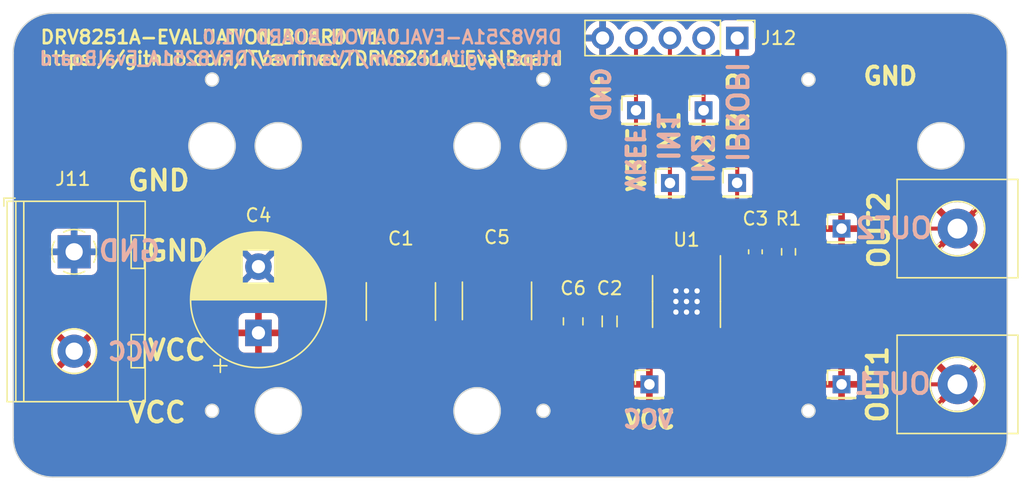
<source format=kicad_pcb>
(kicad_pcb (version 20221018) (generator pcbnew)
  (layers (0 "F.Cu" signal) (31 "B.Cu" signal) (34 "B.Paste" user) (35 "F.Paste" user) (36 "B.SilkS" user "B.Silkscreen") (37 "F.SilkS" user "F.Silkscreen") (38 "B.Mask" user) (39 "F.Mask" user) (44 "Edge.Cuts" user))
  (net 0 "")
  (net 1 "GND")
  (net 2 "/VCC")
  (net 3 "/IPROPI")
  (net 4 "/OUT1")
  (net 5 "/OUT2")
  (net 6 "/VREF")
  (net 7 "/IN1")
  (net 8 "/IN2")
  (footprint "Connector_PinHeader_2.00mm:PinHeader_1x01_P2.00mm_Vertical" (layer "F.Cu") (at 159.55 77.81)
    (fp_text reference "J5" hide)
    (fp_text value "Conn_01x01" hide)
    (fp_line (start -1.06 -1.06) (end 0 -1.06) (stroke (width 0.12)) (layer "F.SilkS"))
    (fp_line (start -1.06 0) (end -1.06 -1.06) (stroke (width 0.12)) (layer "F.SilkS"))
    (fp_line (start -1.06 1) (end -1.06 1.06) (stroke (width 0.12)) (layer "F.SilkS"))
    (fp_line (start -1.06 1) (end 1.06 1) (stroke (width 0.12)) (layer "F.SilkS"))
    (fp_line (start -1.06 1.06) (end 1.06 1.06) (stroke (width 0.12)) (layer "F.SilkS"))
    (fp_line (start 1.06 1) (end 1.06 1.06) (stroke (width 0.12)) (layer "F.SilkS"))
    (pad "1" thru_hole rect (at 0 0) (size 1.35 1.35) (drill 0.8) (layers "*.Cu" "*.Mask") (net 7 "/IN1"))
  )
  (footprint "Resistor_SMD:R_0603_1608Metric" (layer "F.Cu") (at 168.5 83 -90)
    (fp_text reference "R1" (at -2.5 0) (layer "F.SilkS"))
    (fp_text value "1k")
    (fp_line (start -0.237258 -0.5225) (end 0.237258 -0.5225) (stroke (width 0.12)) (layer "F.SilkS"))
    (fp_line (start -0.237258 0.5225) (end 0.237258 0.5225) (stroke (width 0.12)) (layer "F.SilkS"))
    (pad "1" smd roundrect (at -0.825 0 270) (size 0.8 0.95) (layers "F.Cu" "F.Paste" "F.Mask") (net 3 "/IPROPI"))
    (pad "2" smd roundrect (at 0.825 0 270) (size 0.8 0.95) (layers "F.Cu" "F.Paste" "F.Mask") (net 1 "GND"))
  )
  (footprint "Capacitor_SMD:C_0805_2012Metric" (layer "F.Cu") (at 152.25 88.25 90)
    (fp_text reference "C6" (at 2.5 0 180) (layer "F.SilkS"))
    (fp_text value "1u")
    (fp_line (start -0.261252 -0.735) (end 0.261252 -0.735) (stroke (width 0.12)) (layer "F.SilkS"))
    (fp_line (start -0.261252 0.735) (end 0.261252 0.735) (stroke (width 0.12)) (layer "F.SilkS"))
    (pad "1" smd roundrect (at -0.95 0 90) (size 1 1.45) (layers "F.Cu" "F.Paste" "F.Mask") (net 2 "/VCC"))
    (pad "2" smd roundrect (at 0.95 0 90) (size 1 1.45) (layers "F.Cu" "F.Paste" "F.Mask") (net 1 "GND"))
  )
  (footprint "Connector_PinHeader_2.00mm:PinHeader_1x01_P2.00mm_Vertical" (layer "F.Cu") (at 162.09 72.32)
    (fp_text reference "J4" hide)
    (fp_text value "Conn_01x01" hide)
    (fp_line (start -1.06 -1.06) (end 0 -1.06) (stroke (width 0.12)) (layer "F.SilkS"))
    (fp_line (start -1.06 0) (end -1.06 -1.06) (stroke (width 0.12)) (layer "F.SilkS"))
    (fp_line (start -1.06 1) (end -1.06 1.06) (stroke (width 0.12)) (layer "F.SilkS"))
    (fp_line (start -1.06 1) (end 1.06 1) (stroke (width 0.12)) (layer "F.SilkS"))
    (fp_line (start -1.06 1.06) (end 1.06 1.06) (stroke (width 0.12)) (layer "F.SilkS"))
    (fp_line (start 1.06 1) (end 1.06 1.06) (stroke (width 0.12)) (layer "F.SilkS"))
    (pad "1" thru_hole rect (at 0 0) (size 1.35 1.35) (drill 0.8) (layers "*.Cu" "*.Mask") (net 8 "/IN2"))
  )
  (footprint "Connector_PinHeader_2.00mm:PinHeader_1x01_P2.00mm_Vertical" (layer "F.Cu") (at 158 93)
    (fp_text reference "J10" hide)
    (fp_text value "Conn_01x01" hide)
    (fp_line (start -1.06 -1.06) (end 0 -1.06) (stroke (width 0.12)) (layer "F.SilkS"))
    (fp_line (start -1.06 0) (end -1.06 -1.06) (stroke (width 0.12)) (layer "F.SilkS"))
    (fp_line (start -1.06 1) (end -1.06 1.06) (stroke (width 0.12)) (layer "F.SilkS"))
    (fp_line (start -1.06 1) (end 1.06 1) (stroke (width 0.12)) (layer "F.SilkS"))
    (fp_line (start -1.06 1.06) (end 1.06 1.06) (stroke (width 0.12)) (layer "F.SilkS"))
    (fp_line (start 1.06 1) (end 1.06 1.06) (stroke (width 0.12)) (layer "F.SilkS"))
    (pad "1" thru_hole rect (at 0 0) (size 1.35 1.35) (drill 0.8) (layers "*.Cu" "*.Mask") (net 2 "/VCC"))
  )
  (footprint "Connector_PinHeader_2.00mm:PinHeader_1x01_P2.00mm_Vertical" (layer "F.Cu") (at 172.5 93)
    (fp_text reference "J9" hide)
    (fp_text value "Conn_01x01" hide)
    (fp_line (start -1.06 -1.06) (end 0 -1.06) (stroke (width 0.12)) (layer "F.SilkS"))
    (fp_line (start -1.06 0) (end -1.06 -1.06) (stroke (width 0.12)) (layer "F.SilkS"))
    (fp_line (start -1.06 1) (end -1.06 1.06) (stroke (width 0.12)) (layer "F.SilkS"))
    (fp_line (start -1.06 1) (end 1.06 1) (stroke (width 0.12)) (layer "F.SilkS"))
    (fp_line (start -1.06 1.06) (end 1.06 1.06) (stroke (width 0.12)) (layer "F.SilkS"))
    (fp_line (start 1.06 1) (end 1.06 1.06) (stroke (width 0.12)) (layer "F.SilkS"))
    (pad "1" thru_hole rect (at 0 0) (size 1.35 1.35) (drill 0.8) (layers "*.Cu" "*.Mask") (net 4 "/OUT1"))
  )
  (footprint "TerminalBlock_MetzConnect:TerminalBlock_MetzConnect_360271_1x01_Horizontal_ScrewM3.0_Boxed" (layer "F.Cu") (at 181.25 81.25)
    (fp_text reference "J2" hide)
    (fp_text value "Conn_01x01" hide)
    (fp_line (start -4.56 -3.71) (end -4.56 3.71) (stroke (width 0.12)) (layer "F.SilkS"))
    (fp_line (start -4.56 -3.71) (end 4.56 -3.71) (stroke (width 0.12)) (layer "F.SilkS"))
    (fp_line (start -4.56 3.71) (end 4.56 3.71) (stroke (width 0.12)) (layer "F.SilkS"))
    (fp_line (start -1.376 1.124) (end -1.563 1.311) (stroke (width 0.12)) (layer "F.SilkS"))
    (fp_line (start -1.168 1.419) (end -1.312 1.563) (stroke (width 0.12)) (layer "F.SilkS"))
    (fp_line (start 1.312 -1.563) (end 1.168 -1.419) (stroke (width 0.12)) (layer "F.SilkS"))
    (fp_line (start 1.563 -1.311) (end 1.376 -1.125) (stroke (width 0.12)) (layer "F.SilkS"))
    (fp_line (start 4.56 -3.71) (end 4.56 3.71) (stroke (width 0.12)) (layer "F.SilkS"))
    (fp_circle (center 0 0) (end 2.06 0) (stroke (width 0.12)) (fill none) (layer "F.SilkS"))
    (pad "1" thru_hole circle (at 0 0) (size 3 3) (drill 1.5) (layers "*.Cu" "*.Mask") (net 5 "/OUT2"))
  )
  (footprint "Connector_PinHeader_2.54mm:PinHeader_1x05_P2.54mm_Vertical" (layer "F.Cu") (at 164.63 66.87 -90)
    (fp_text reference "J12" (at 0 -3.12 -180) (layer "F.SilkS"))
    (fp_text value "Conn_01x05" hide)
    (fp_line (start -1.33 -1.33) (end 0 -1.33) (stroke (width 0.12)) (layer "F.SilkS"))
    (fp_line (start -1.33 0) (end -1.33 -1.33) (stroke (width 0.12)) (layer "F.SilkS"))
    (fp_line (start -1.33 1.27) (end -1.33 11.49) (stroke (width 0.12)) (layer "F.SilkS"))
    (fp_line (start -1.33 1.27) (end 1.33 1.27) (stroke (width 0.12)) (layer "F.SilkS"))
    (fp_line (start -1.33 11.49) (end 1.33 11.49) (stroke (width 0.12)) (layer "F.SilkS"))
    (fp_line (start 1.33 1.27) (end 1.33 11.49) (stroke (width 0.12)) (layer "F.SilkS"))
    (pad "1" thru_hole rect (at 0 0 270) (size 1.7 1.7) (drill 1) (layers "*.Cu" "*.Mask") (net 3 "/IPROPI"))
    (pad "2" thru_hole oval (at 0 2.54 270) (size 1.7 1.7) (drill 1) (layers "*.Cu" "*.Mask") (net 8 "/IN2"))
    (pad "3" thru_hole oval (at 0 5.08 270) (size 1.7 1.7) (drill 1) (layers "*.Cu" "*.Mask") (net 7 "/IN1"))
    (pad "4" thru_hole oval (at 0 7.62 270) (size 1.7 1.7) (drill 1) (layers "*.Cu" "*.Mask") (net 6 "/VREF"))
    (pad "5" thru_hole oval (at 0 10.16 270) (size 1.7 1.7) (drill 1) (layers "*.Cu" "*.Mask") (net 1 "GND"))
  )
  (footprint "Connector_PinHeader_2.00mm:PinHeader_1x01_P2.00mm_Vertical" (layer "F.Cu") (at 164.62 77.8)
    (fp_text reference "J7" hide)
    (fp_text value "Conn_01x01" hide)
    (fp_line (start -1.06 -1.06) (end 0 -1.06) (stroke (width 0.12)) (layer "F.SilkS"))
    (fp_line (start -1.06 0) (end -1.06 -1.06) (stroke (width 0.12)) (layer "F.SilkS"))
    (fp_line (start -1.06 1) (end -1.06 1.06) (stroke (width 0.12)) (layer "F.SilkS"))
    (fp_line (start -1.06 1) (end 1.06 1) (stroke (width 0.12)) (layer "F.SilkS"))
    (fp_line (start -1.06 1.06) (end 1.06 1.06) (stroke (width 0.12)) (layer "F.SilkS"))
    (fp_line (start 1.06 1) (end 1.06 1.06) (stroke (width 0.12)) (layer "F.SilkS"))
    (pad "1" thru_hole rect (at 0 0) (size 1.35 1.35) (drill 0.8) (layers "*.Cu" "*.Mask") (net 3 "/IPROPI"))
  )
  (footprint "Capacitor_SMD:C_0603_1608Metric" (layer "F.Cu") (at 166 83 -90)
    (fp_text reference "C3" (at -2.5 0) (layer "F.SilkS"))
    (fp_text value "10n")
    (fp_line (start -0.14058 -0.51) (end 0.14058 -0.51) (stroke (width 0.12)) (layer "F.SilkS"))
    (fp_line (start -0.14058 0.51) (end 0.14058 0.51) (stroke (width 0.12)) (layer "F.SilkS"))
    (pad "1" smd roundrect (at -0.775 0 270) (size 0.9 0.95) (layers "F.Cu" "F.Paste" "F.Mask") (net 3 "/IPROPI"))
    (pad "2" smd roundrect (at 0.775 0 270) (size 0.9 0.95) (layers "F.Cu" "F.Paste" "F.Mask") (net 1 "GND"))
  )
  (footprint "Capacitor_SMD:C_2220_5650Metric" (layer "F.Cu") (at 146.5 86.7 90)
    (fp_text reference "C5" (at 4.8 0) (layer "F.SilkS"))
    (fp_text value "10u")
    (fp_line (start -1.415748 -2.61) (end 1.415748 -2.61) (stroke (width 0.12)) (layer "F.SilkS"))
    (fp_line (start -1.415748 2.61) (end 1.415748 2.61) (stroke (width 0.12)) (layer "F.SilkS"))
    (pad "1" smd roundrect (at -2.55 0 90) (size 1.8 5.4) (layers "F.Cu" "F.Paste" "F.Mask") (roundrect_rratio 0.138889) (net 2 "/VCC"))
    (pad "2" smd roundrect (at 2.55 0 90) (size 1.8 5.4) (layers "F.Cu" "F.Paste" "F.Mask") (roundrect_rratio 0.138889) (net 1 "GND"))
  )
  (footprint "Connector_PinHeader_2.00mm:PinHeader_1x01_P2.00mm_Vertical" (layer "F.Cu") (at 172.5 81.25)
    (fp_text reference "J8" hide)
    (fp_text value "Conn_01x01" hide)
    (fp_line (start -1.06 -1.06) (end 0 -1.06) (stroke (width 0.12)) (layer "F.SilkS"))
    (fp_line (start -1.06 0) (end -1.06 -1.06) (stroke (width 0.12)) (layer "F.SilkS"))
    (fp_line (start -1.06 1) (end -1.06 1.06) (stroke (width 0.12)) (layer "F.SilkS"))
    (fp_line (start -1.06 1) (end 1.06 1) (stroke (width 0.12)) (layer "F.SilkS"))
    (fp_line (start -1.06 1.06) (end 1.06 1.06) (stroke (width 0.12)) (layer "F.SilkS"))
    (fp_line (start 1.06 1) (end 1.06 1.06) (stroke (width 0.12)) (layer "F.SilkS"))
    (pad "1" thru_hole rect (at 0 0) (size 1.35 1.35) (drill 0.8) (layers "*.Cu" "*.Mask") (net 5 "/OUT2"))
  )
  (footprint "Capacitor_SMD:C_2220_5650Metric" (layer "F.Cu") (at 139.25 86.75 90)
    (fp_text reference "C1" (at 4.75 0) (layer "F.SilkS"))
    (fp_text value "22u")
    (fp_line (start -1.415748 -2.61) (end 1.415748 -2.61) (stroke (width 0.12)) (layer "F.SilkS"))
    (fp_line (start -1.415748 2.61) (end 1.415748 2.61) (stroke (width 0.12)) (layer "F.SilkS"))
    (pad "1" smd roundrect (at -2.55 0 90) (size 1.8 5.4) (layers "F.Cu" "F.Paste" "F.Mask") (roundrect_rratio 0.138889) (net 2 "/VCC"))
    (pad "2" smd roundrect (at 2.55 0 90) (size 1.8 5.4) (layers "F.Cu" "F.Paste" "F.Mask") (roundrect_rratio 0.138889) (net 1 "GND"))
  )
  (footprint "Inductor_SMD:L_0805_2012Metric" (layer "F.Cu") (at 155 88.25 90)
    (fp_text reference "C2" (at 2.5 0 180) (layer "F.SilkS"))
    (fp_text value "100n")
    (fp_line (start -0.399622 -0.56) (end 0.399622 -0.56) (stroke (width 0.12)) (layer "F.SilkS"))
    (fp_line (start -0.399622 0.56) (end 0.399622 0.56) (stroke (width 0.12)) (layer "F.SilkS"))
    (pad "1" smd roundrect (at -1.0625 0 90) (size 0.875 1.2) (layers "F.Cu" "F.Paste" "F.Mask") (net 2 "/VCC"))
    (pad "2" smd roundrect (at 1.0625 0 90) (size 0.875 1.2) (layers "F.Cu" "F.Paste" "F.Mask") (net 1 "GND"))
  )
  (footprint "Capacitor_THT:CP_Radial_D10.0mm_P5.00mm" (layer "F.Cu") (at 128.5 89.117677 90)
    (fp_text reference "C4" (at 8.867677 0) (layer "F.SilkS"))
    (fp_text value "C_Polarized")
    (fp_line (start -2.979646 -2.875) (end -1.979646 -2.875) (stroke (width 0.12)) (layer "F.SilkS"))
    (fp_line (start -2.479646 -3.375) (end -2.479646 -2.375) (stroke (width 0.12)) (layer "F.SilkS"))
    (fp_line (start 2.5 -5.08) (end 2.5 5.08) (stroke (width 0.12)) (layer "F.SilkS"))
    (fp_line (start 2.54 -5.08) (end 2.54 5.08) (stroke (width 0.12)) (layer "F.SilkS"))
    (fp_line (start 2.58 -5.08) (end 2.58 5.08) (stroke (width 0.12)) (layer "F.SilkS"))
    (fp_line (start 2.62 -5.079) (end 2.62 5.079) (stroke (width 0.12)) (layer "F.SilkS"))
    (fp_line (start 2.66 -5.078) (end 2.66 5.078) (stroke (width 0.12)) (layer "F.SilkS"))
    (fp_line (start 2.7 -5.077) (end 2.7 5.077) (stroke (width 0.12)) (layer "F.SilkS"))
    (fp_line (start 2.74 -5.075) (end 2.74 5.075) (stroke (width 0.12)) (layer "F.SilkS"))
    (fp_line (start 2.78 -5.073) (end 2.78 5.073) (stroke (width 0.12)) (layer "F.SilkS"))
    (fp_line (start 2.82 -5.07) (end 2.82 5.07) (stroke (width 0.12)) (layer "F.SilkS"))
    (fp_line (start 2.86 -5.068) (end 2.86 5.068) (stroke (width 0.12)) (layer "F.SilkS"))
    (fp_line (start 2.9 -5.065) (end 2.9 5.065) (stroke (width 0.12)) (layer "F.SilkS"))
    (fp_line (start 2.94 -5.062) (end 2.94 5.062) (stroke (width 0.12)) (layer "F.SilkS"))
    (fp_line (start 2.98 -5.058) (end 2.98 5.058) (stroke (width 0.12)) (layer "F.SilkS"))
    (fp_line (start 3.02 -5.054) (end 3.02 5.054) (stroke (width 0.12)) (layer "F.SilkS"))
    (fp_line (start 3.06 -5.05) (end 3.06 5.05) (stroke (width 0.12)) (layer "F.SilkS"))
    (fp_line (start 3.1 -5.045) (end 3.1 5.045) (stroke (width 0.12)) (layer "F.SilkS"))
    (fp_line (start 3.14 -5.04) (end 3.14 5.04) (stroke (width 0.12)) (layer "F.SilkS"))
    (fp_line (start 3.18 -5.035) (end 3.18 5.035) (stroke (width 0.12)) (layer "F.SilkS"))
    (fp_line (start 3.221 -5.03) (end 3.221 5.03) (stroke (width 0.12)) (layer "F.SilkS"))
    (fp_line (start 3.261 -5.024) (end 3.261 5.024) (stroke (width 0.12)) (layer "F.SilkS"))
    (fp_line (start 3.301 -5.018) (end 3.301 5.018) (stroke (width 0.12)) (layer "F.SilkS"))
    (fp_line (start 3.341 -5.011) (end 3.341 5.011) (stroke (width 0.12)) (layer "F.SilkS"))
    (fp_line (start 3.381 -5.004) (end 3.381 5.004) (stroke (width 0.12)) (layer "F.SilkS"))
    (fp_line (start 3.421 -4.997) (end 3.421 4.997) (stroke (width 0.12)) (layer "F.SilkS"))
    (fp_line (start 3.461 -4.99) (end 3.461 4.99) (stroke (width 0.12)) (layer "F.SilkS"))
    (fp_line (start 3.501 -4.982) (end 3.501 4.982) (stroke (width 0.12)) (layer "F.SilkS"))
    (fp_line (start 3.541 -4.974) (end 3.541 4.974) (stroke (width 0.12)) (layer "F.SilkS"))
    (fp_line (start 3.581 -4.965) (end 3.581 4.965) (stroke (width 0.12)) (layer "F.SilkS"))
    (fp_line (start 3.621 -4.956) (end 3.621 4.956) (stroke (width 0.12)) (layer "F.SilkS"))
    (fp_line (start 3.661 -4.947) (end 3.661 4.947) (stroke (width 0.12)) (layer "F.SilkS"))
    (fp_line (start 3.701 -4.938) (end 3.701 4.938) (stroke (width 0.12)) (layer "F.SilkS"))
    (fp_line (start 3.741 -4.928) (end 3.741 4.928) (stroke (width 0.12)) (layer "F.SilkS"))
    (fp_line (start 3.781 -4.918) (end 3.781 -1.241) (stroke (width 0.12)) (layer "F.SilkS"))
    (fp_line (start 3.781 1.241) (end 3.781 4.918) (stroke (width 0.12)) (layer "F.SilkS"))
    (fp_line (start 3.821 -4.907) (end 3.821 -1.241) (stroke (width 0.12)) (layer "F.SilkS"))
    (fp_line (start 3.821 1.241) (end 3.821 4.907) (stroke (width 0.12)) (layer "F.SilkS"))
    (fp_line (start 3.861 -4.897) (end 3.861 -1.241) (stroke (width 0.12)) (layer "F.SilkS"))
    (fp_line (start 3.861 1.241) (end 3.861 4.897) (stroke (width 0.12)) (layer "F.SilkS"))
    (fp_line (start 3.901 -4.885) (end 3.901 -1.241) (stroke (width 0.12)) (layer "F.SilkS"))
    (fp_line (start 3.901 1.241) (end 3.901 4.885) (stroke (width 0.12)) (layer "F.SilkS"))
    (fp_line (start 3.941 -4.874) (end 3.941 -1.241) (stroke (width 0.12)) (layer "F.SilkS"))
    (fp_line (start 3.941 1.241) (end 3.941 4.874) (stroke (width 0.12)) (layer "F.SilkS"))
    (fp_line (start 3.981 -4.862) (end 3.981 -1.241) (stroke (width 0.12)) (layer "F.SilkS"))
    (fp_line (start 3.981 1.241) (end 3.981 4.862) (stroke (width 0.12)) (layer "F.SilkS"))
    (fp_line (start 4.021 -4.85) (end 4.021 -1.241) (stroke (width 0.12)) (layer "F.SilkS"))
    (fp_line (start 4.021 1.241) (end 4.021 4.85) (stroke (width 0.12)) (layer "F.SilkS"))
    (fp_line (start 4.061 -4.837) (end 4.061 -1.241) (stroke (width 0.12)) (layer "F.SilkS"))
    (fp_line (start 4.061 1.241) (end 4.061 4.837) (stroke (width 0.12)) (layer "F.SilkS"))
    (fp_line (start 4.101 -4.824) (end 4.101 -1.241) (stroke (width 0.12)) (layer "F.SilkS"))
    (fp_line (start 4.101 1.241) (end 4.101 4.824) (stroke (width 0.12)) (layer "F.SilkS"))
    (fp_line (start 4.141 -4.811) (end 4.141 -1.241) (stroke (width 0.12)) (layer "F.SilkS"))
    (fp_line (start 4.141 1.241) (end 4.141 4.811) (stroke (width 0.12)) (layer "F.SilkS"))
    (fp_line (start 4.181 -4.797) (end 4.181 -1.241) (stroke (width 0.12)) (layer "F.SilkS"))
    (fp_line (start 4.181 1.241) (end 4.181 4.797) (stroke (width 0.12)) (layer "F.SilkS"))
    (fp_line (start 4.221 -4.783) (end 4.221 -1.241) (stroke (width 0.12)) (layer "F.SilkS"))
    (fp_line (start 4.221 1.241) (end 4.221 4.783) (stroke (width 0.12)) (layer "F.SilkS"))
    (fp_line (start 4.261 -4.768) (end 4.261 -1.241) (stroke (width 0.12)) (layer "F.SilkS"))
    (fp_line (start 4.261 1.241) (end 4.261 4.768) (stroke (width 0.12)) (layer "F.SilkS"))
    (fp_line (start 4.301 -4.754) (end 4.301 -1.241) (stroke (width 0.12)) (layer "F.SilkS"))
    (fp_line (start 4.301 1.241) (end 4.301 4.754) (stroke (width 0.12)) (layer "F.SilkS"))
    (fp_line (start 4.341 -4.738) (end 4.341 -1.241) (stroke (width 0.12)) (layer "F.SilkS"))
    (fp_line (start 4.341 1.241) (end 4.341 4.738) (stroke (width 0.12)) (layer "F.SilkS"))
    (fp_line (start 4.381 -4.723) (end 4.381 -1.241) (stroke (width 0.12)) (layer "F.SilkS"))
    (fp_line (start 4.381 1.241) (end 4.381 4.723) (stroke (width 0.12)) (layer "F.SilkS"))
    (fp_line (start 4.421 -4.707) (end 4.421 -1.241) (stroke (width 0.12)) (layer "F.SilkS"))
    (fp_line (start 4.421 1.241) (end 4.421 4.707) (stroke (width 0.12)) (layer "F.SilkS"))
    (fp_line (start 4.461 -4.69) (end 4.461 -1.241) (stroke (width 0.12)) (layer "F.SilkS"))
    (fp_line (start 4.461 1.241) (end 4.461 4.69) (stroke (width 0.12)) (layer "F.SilkS"))
    (fp_line (start 4.501 -4.674) (end 4.501 -1.241) (stroke (width 0.12)) (layer "F.SilkS"))
    (fp_line (start 4.501 1.241) (end 4.501 4.674) (stroke (width 0.12)) (layer "F.SilkS"))
    (fp_line (start 4.541 -4.657) (end 4.541 -1.241) (stroke (width 0.12)) (layer "F.SilkS"))
    (fp_line (start 4.541 1.241) (end 4.541 4.657) (stroke (width 0.12)) (layer "F.SilkS"))
    (fp_line (start 4.581 -4.639) (end 4.581 -1.241) (stroke (width 0.12)) (layer "F.SilkS"))
    (fp_line (start 4.581 1.241) (end 4.581 4.639) (stroke (width 0.12)) (layer "F.SilkS"))
    (fp_line (start 4.621 -4.621) (end 4.621 -1.241) (stroke (width 0.12)) (layer "F.SilkS"))
    (fp_line (start 4.621 1.241) (end 4.621 4.621) (stroke (width 0.12)) (layer "F.SilkS"))
    (fp_line (start 4.661 -4.603) (end 4.661 -1.241) (stroke (width 0.12)) (layer "F.SilkS"))
    (fp_line (start 4.661 1.241) (end 4.661 4.603) (stroke (width 0.12)) (layer "F.SilkS"))
    (fp_line (start 4.701 -4.584) (end 4.701 -1.241) (stroke (width 0.12)) (layer "F.SilkS"))
    (fp_line (start 4.701 1.241) (end 4.701 4.584) (stroke (width 0.12)) (layer "F.SilkS"))
    (fp_line (start 4.741 -4.564) (end 4.741 -1.241) (stroke (width 0.12)) (layer "F.SilkS"))
    (fp_line (start 4.741 1.241) (end 4.741 4.564) (stroke (width 0.12)) (layer "F.SilkS"))
    (fp_line (start 4.781 -4.545) (end 4.781 -1.241) (stroke (width 0.12)) (layer "F.SilkS"))
    (fp_line (start 4.781 1.241) (end 4.781 4.545) (stroke (width 0.12)) (layer "F.SilkS"))
    (fp_line (start 4.821 -4.525) (end 4.821 -1.241) (stroke (width 0.12)) (layer "F.SilkS"))
    (fp_line (start 4.821 1.241) (end 4.821 4.525) (stroke (width 0.12)) (layer "F.SilkS"))
    (fp_line (start 4.861 -4.504) (end 4.861 -1.241) (stroke (width 0.12)) (layer "F.SilkS"))
    (fp_line (start 4.861 1.241) (end 4.861 4.504) (stroke (width 0.12)) (layer "F.SilkS"))
    (fp_line (start 4.901 -4.483) (end 4.901 -1.241) (stroke (width 0.12)) (layer "F.SilkS"))
    (fp_line (start 4.901 1.241) (end 4.901 4.483) (stroke (width 0.12)) (layer "F.SilkS"))
    (fp_line (start 4.941 -4.462) (end 4.941 -1.241) (stroke (width 0.12)) (layer "F.SilkS"))
    (fp_line (start 4.941 1.241) (end 4.941 4.462) (stroke (width 0.12)) (layer "F.SilkS"))
    (fp_line (start 4.981 -4.44) (end 4.981 -1.241) (stroke (width 0.12)) (layer "F.SilkS"))
    (fp_line (start 4.981 1.241) (end 4.981 4.44) (stroke (width 0.12)) (layer "F.SilkS"))
    (fp_line (start 5.021 -4.417) (end 5.021 -1.241) (stroke (width 0.12)) (layer "F.SilkS"))
    (fp_line (start 5.021 1.241) (end 5.021 4.417) (stroke (width 0.12)) (layer "F.SilkS"))
    (fp_line (start 5.061 -4.395) (end 5.061 -1.241) (stroke (width 0.12)) (layer "F.SilkS"))
    (fp_line (start 5.061 1.241) (end 5.061 4.395) (stroke (width 0.12)) (layer "F.SilkS"))
    (fp_line (start 5.101 -4.371) (end 5.101 -1.241) (stroke (width 0.12)) (layer "F.SilkS"))
    (fp_line (start 5.101 1.241) (end 5.101 4.371) (stroke (width 0.12)) (layer "F.SilkS"))
    (fp_line (start 5.141 -4.347) (end 5.141 -1.241) (stroke (width 0.12)) (layer "F.SilkS"))
    (fp_line (start 5.141 1.241) (end 5.141 4.347) (stroke (width 0.12)) (layer "F.SilkS"))
    (fp_line (start 5.181 -4.323) (end 5.181 -1.241) (stroke (width 0.12)) (layer "F.SilkS"))
    (fp_line (start 5.181 1.241) (end 5.181 4.323) (stroke (width 0.12)) (layer "F.SilkS"))
    (fp_line (start 5.221 -4.298) (end 5.221 -1.241) (stroke (width 0.12)) (layer "F.SilkS"))
    (fp_line (start 5.221 1.241) (end 5.221 4.298) (stroke (width 0.12)) (layer "F.SilkS"))
    (fp_line (start 5.261 -4.273) (end 5.261 -1.241) (stroke (width 0.12)) (layer "F.SilkS"))
    (fp_line (start 5.261 1.241) (end 5.261 4.273) (stroke (width 0.12)) (layer "F.SilkS"))
    (fp_line (start 5.301 -4.247) (end 5.301 -1.241) (stroke (width 0.12)) (layer "F.SilkS"))
    (fp_line (start 5.301 1.241) (end 5.301 4.247) (stroke (width 0.12)) (layer "F.SilkS"))
    (fp_line (start 5.341 -4.221) (end 5.341 -1.241) (stroke (width 0.12)) (layer "F.SilkS"))
    (fp_line (start 5.341 1.241) (end 5.341 4.221) (stroke (width 0.12)) (layer "F.SilkS"))
    (fp_line (start 5.381 -4.194) (end 5.381 -1.241) (stroke (width 0.12)) (layer "F.SilkS"))
    (fp_line (start 5.381 1.241) (end 5.381 4.194) (stroke (width 0.12)) (layer "F.SilkS"))
    (fp_line (start 5.421 -4.166) (end 5.421 -1.241) (stroke (width 0.12)) (layer "F.SilkS"))
    (fp_line (start 5.421 1.241) (end 5.421 4.166) (stroke (width 0.12)) (layer "F.SilkS"))
    (fp_line (start 5.461 -4.138) (end 5.461 -1.241) (stroke (width 0.12)) (layer "F.SilkS"))
    (fp_line (start 5.461 1.241) (end 5.461 4.138) (stroke (width 0.12)) (layer "F.SilkS"))
    (fp_line (start 5.501 -4.11) (end 5.501 -1.241) (stroke (width 0.12)) (layer "F.SilkS"))
    (fp_line (start 5.501 1.241) (end 5.501 4.11) (stroke (width 0.12)) (layer "F.SilkS"))
    (fp_line (start 5.541 -4.08) (end 5.541 -1.241) (stroke (width 0.12)) (layer "F.SilkS"))
    (fp_line (start 5.541 1.241) (end 5.541 4.08) (stroke (width 0.12)) (layer "F.SilkS"))
    (fp_line (start 5.581 -4.05) (end 5.581 -1.241) (stroke (width 0.12)) (layer "F.SilkS"))
    (fp_line (start 5.581 1.241) (end 5.581 4.05) (stroke (width 0.12)) (layer "F.SilkS"))
    (fp_line (start 5.621 -4.02) (end 5.621 -1.241) (stroke (width 0.12)) (layer "F.SilkS"))
    (fp_line (start 5.621 1.241) (end 5.621 4.02) (stroke (width 0.12)) (layer "F.SilkS"))
    (fp_line (start 5.661 -3.989) (end 5.661 -1.241) (stroke (width 0.12)) (layer "F.SilkS"))
    (fp_line (start 5.661 1.241) (end 5.661 3.989) (stroke (width 0.12)) (layer "F.SilkS"))
    (fp_line (start 5.701 -3.957) (end 5.701 -1.241) (stroke (width 0.12)) (layer "F.SilkS"))
    (fp_line (start 5.701 1.241) (end 5.701 3.957) (stroke (width 0.12)) (layer "F.SilkS"))
    (fp_line (start 5.741 -3.925) (end 5.741 -1.241) (stroke (width 0.12)) (layer "F.SilkS"))
    (fp_line (start 5.741 1.241) (end 5.741 3.925) (stroke (width 0.12)) (layer "F.SilkS"))
    (fp_line (start 5.781 -3.892) (end 5.781 -1.241) (stroke (width 0.12)) (layer "F.SilkS"))
    (fp_line (start 5.781 1.241) (end 5.781 3.892) (stroke (width 0.12)) (layer "F.SilkS"))
    (fp_line (start 5.821 -3.858) (end 5.821 -1.241) (stroke (width 0.12)) (layer "F.SilkS"))
    (fp_line (start 5.821 1.241) (end 5.821 3.858) (stroke (width 0.12)) (layer "F.SilkS"))
    (fp_line (start 5.861 -3.824) (end 5.861 -1.241) (stroke (width 0.12)) (layer "F.SilkS"))
    (fp_line (start 5.861 1.241) (end 5.861 3.824) (stroke (width 0.12)) (layer "F.SilkS"))
    (fp_line (start 5.901 -3.789) (end 5.901 -1.241) (stroke (width 0.12)) (layer "F.SilkS"))
    (fp_line (start 5.901 1.241) (end 5.901 3.789) (stroke (width 0.12)) (layer "F.SilkS"))
    (fp_line (start 5.941 -3.753) (end 5.941 -1.241) (stroke (width 0.12)) (layer "F.SilkS"))
    (fp_line (start 5.941 1.241) (end 5.941 3.753) (stroke (width 0.12)) (layer "F.SilkS"))
    (fp_line (start 5.981 -3.716) (end 5.981 -1.241) (stroke (width 0.12)) (layer "F.SilkS"))
    (fp_line (start 5.981 1.241) (end 5.981 3.716) (stroke (width 0.12)) (layer "F.SilkS"))
    (fp_line (start 6.021 -3.679) (end 6.021 -1.241) (stroke (width 0.12)) (layer "F.SilkS"))
    (fp_line (start 6.021 1.241) (end 6.021 3.679) (stroke (width 0.12)) (layer "F.SilkS"))
    (fp_line (start 6.061 -3.64) (end 6.061 -1.241) (stroke (width 0.12)) (layer "F.SilkS"))
    (fp_line (start 6.061 1.241) (end 6.061 3.64) (stroke (width 0.12)) (layer "F.SilkS"))
    (fp_line (start 6.101 -3.601) (end 6.101 -1.241) (stroke (width 0.12)) (layer "F.SilkS"))
    (fp_line (start 6.101 1.241) (end 6.101 3.601) (stroke (width 0.12)) (layer "F.SilkS"))
    (fp_line (start 6.141 -3.561) (end 6.141 -1.241) (stroke (width 0.12)) (layer "F.SilkS"))
    (fp_line (start 6.141 1.241) (end 6.141 3.561) (stroke (width 0.12)) (layer "F.SilkS"))
    (fp_line (start 6.181 -3.52) (end 6.181 -1.241) (stroke (width 0.12)) (layer "F.SilkS"))
    (fp_line (start 6.181 1.241) (end 6.181 3.52) (stroke (width 0.12)) (layer "F.SilkS"))
    (fp_line (start 6.221 -3.478) (end 6.221 -1.241) (stroke (width 0.12)) (layer "F.SilkS"))
    (fp_line (start 6.221 1.241) (end 6.221 3.478) (stroke (width 0.12)) (layer "F.SilkS"))
    (fp_line (start 6.261 -3.436) (end 6.261 3.436) (stroke (width 0.12)) (layer "F.SilkS"))
    (fp_line (start 6.301 -3.392) (end 6.301 3.392) (stroke (width 0.12)) (layer "F.SilkS"))
    (fp_line (start 6.341 -3.347) (end 6.341 3.347) (stroke (width 0.12)) (layer "F.SilkS"))
    (fp_line (start 6.381 -3.301) (end 6.381 3.301) (stroke (width 0.12)) (layer "F.SilkS"))
    (fp_line (start 6.421 -3.254) (end 6.421 3.254) (stroke (width 0.12)) (layer "F.SilkS"))
    (fp_line (start 6.461 -3.206) (end 6.461 3.206) (stroke (width 0.12)) (layer "F.SilkS"))
    (fp_line (start 6.501 -3.156) (end 6.501 3.156) (stroke (width 0.12)) (layer "F.SilkS"))
    (fp_line (start 6.541 -3.106) (end 6.541 3.106) (stroke (width 0.12)) (layer "F.SilkS"))
    (fp_line (start 6.581 -3.054) (end 6.581 3.054) (stroke (width 0.12)) (layer "F.SilkS"))
    (fp_line (start 6.621 -3) (end 6.621 3) (stroke (width 0.12)) (layer "F.SilkS"))
    (fp_line (start 6.661 -2.945) (end 6.661 2.945) (stroke (width 0.12)) (layer "F.SilkS"))
    (fp_line (start 6.701 -2.889) (end 6.701 2.889) (stroke (width 0.12)) (layer "F.SilkS"))
    (fp_line (start 6.741 -2.83) (end 6.741 2.83) (stroke (width 0.12)) (layer "F.SilkS"))
    (fp_line (start 6.781 -2.77) (end 6.781 2.77) (stroke (width 0.12)) (layer "F.SilkS"))
    (fp_line (start 6.821 -2.709) (end 6.821 2.709) (stroke (width 0.12)) (layer "F.SilkS"))
    (fp_line (start 6.861 -2.645) (end 6.861 2.645) (stroke (width 0.12)) (layer "F.SilkS"))
    (fp_line (start 6.901 -2.579) (end 6.901 2.579) (stroke (width 0.12)) (layer "F.SilkS"))
    (fp_line (start 6.941 -2.51) (end 6.941 2.51) (stroke (width 0.12)) (layer "F.SilkS"))
    (fp_line (start 6.981 -2.439) (end 6.981 2.439) (stroke (width 0.12)) (layer "F.SilkS"))
    (fp_line (start 7.021 -2.365) (end 7.021 2.365) (stroke (width 0.12)) (layer "F.SilkS"))
    (fp_line (start 7.061 -2.289) (end 7.061 2.289) (stroke (width 0.12)) (layer "F.SilkS"))
    (fp_line (start 7.101 -2.209) (end 7.101 2.209) (stroke (width 0.12)) (layer "F.SilkS"))
    (fp_line (start 7.141 -2.125) (end 7.141 2.125) (stroke (width 0.12)) (layer "F.SilkS"))
    (fp_line (start 7.181 -2.037) (end 7.181 2.037) (stroke (width 0.12)) (layer "F.SilkS"))
    (fp_line (start 7.221 -1.944) (end 7.221 1.944) (stroke (width 0.12)) (layer "F.SilkS"))
    (fp_line (start 7.261 -1.846) (end 7.261 1.846) (stroke (width 0.12)) (layer "F.SilkS"))
    (fp_line (start 7.301 -1.742) (end 7.301 1.742) (stroke (width 0.12)) (layer "F.SilkS"))
    (fp_line (start 7.341 -1.63) (end 7.341 1.63) (stroke (width 0.12)) (layer "F.SilkS"))
    (fp_line (start 7.381 -1.51) (end 7.381 1.51) (stroke (width 0.12)) (layer "F.SilkS"))
    (fp_line (start 7.421 -1.378) (end 7.421 1.378) (stroke (width 0.12)) (layer "F.SilkS"))
    (fp_line (start 7.461 -1.23) (end 7.461 1.23) (stroke (width 0.12)) (layer "F.SilkS"))
    (fp_line (start 7.501 -1.062) (end 7.501 1.062) (stroke (width 0.12)) (layer "F.SilkS"))
    (fp_line (start 7.541 -0.862) (end 7.541 0.862) (stroke (width 0.12)) (layer "F.SilkS"))
    (fp_line (start 7.581 -0.599) (end 7.581 0.599) (stroke (width 0.12)) (layer "F.SilkS"))
    (fp_circle (center 2.5 0) (end 7.62 0) (stroke (width 0.12)) (fill none) (layer "F.SilkS"))
    (pad "1" thru_hole rect (at 0 0 90) (size 2 2) (drill 1) (layers "*.Cu" "*.Mask") (net 2 "/VCC"))
    (pad "2" thru_hole circle (at 5 0 90) (size 2 2) (drill 1) (layers "*.Cu" "*.Mask") (net 1 "GND"))
  )
  (footprint "TerminalBlock_RND:TerminalBlock_RND_205-00067_1x02_P7.50mm_Horizontal" (layer "F.Cu") (at 114.595 83 -90)
    (fp_text reference "J11" (at -5.5 0.095 -180) (layer "F.SilkS"))
    (fp_text value "Conn_01x02" hide)
    (fp_line (start -4.05 4.46) (end -4.05 5.3) (stroke (width 0.12)) (layer "F.SilkS"))
    (fp_line (start -4.05 5.3) (end -3.45 5.3) (stroke (width 0.12)) (layer "F.SilkS"))
    (fp_line (start -3.81 -5.36) (end -3.81 5.06) (stroke (width 0.12)) (layer "F.SilkS"))
    (fp_line (start -3.81 -5.36) (end 11.31 -5.36) (stroke (width 0.12)) (layer "F.SilkS"))
    (fp_line (start -3.81 -3.301) (end 11.31 -3.301) (stroke (width 0.12)) (layer "F.SilkS"))
    (fp_line (start -3.81 3.8) (end 11.31 3.8) (stroke (width 0.12)) (layer "F.SilkS"))
    (fp_line (start -3.81 4.4) (end 11.31 4.4) (stroke (width 0.12)) (layer "F.SilkS"))
    (fp_line (start -3.81 5.06) (end 11.31 5.06) (stroke (width 0.12)) (layer "F.SilkS"))
    (fp_line (start -1.25 -5.301) (end -1.25 -4.301) (stroke (width 0.12)) (layer "F.SilkS"))
    (fp_line (start -1.25 -5.301) (end 1.25 -5.301) (stroke (width 0.12)) (layer "F.SilkS"))
    (fp_line (start -1.25 -4.301) (end 1.25 -4.301) (stroke (width 0.12)) (layer "F.SilkS"))
    (fp_line (start 1.25 -5.301) (end 1.25 -4.301) (stroke (width 0.12)) (layer "F.SilkS"))
    (fp_line (start 6.25 -5.301) (end 6.25 -4.301) (stroke (width 0.12)) (layer "F.SilkS"))
    (fp_line (start 6.25 -5.301) (end 8.75 -5.301) (stroke (width 0.12)) (layer "F.SilkS"))
    (fp_line (start 6.25 -4.301) (end 8.75 -4.301) (stroke (width 0.12)) (layer "F.SilkS"))
    (fp_line (start 8.75 -5.301) (end 8.75 -4.301) (stroke (width 0.12)) (layer "F.SilkS"))
    (fp_line (start 11.31 -5.36) (end 11.31 5.06) (stroke (width 0.12)) (layer "F.SilkS"))
    (fp_arc (start -1.483953 0.789089) (mid -1.680708 0.00005) (end -1.484 -0.789) (stroke (width 0.12)) (layer "F.SilkS"))
    (fp_arc (start -0.789089 -1.483953) (mid -0.00005 -1.680708) (end 0.789 -1.484) (stroke (width 0.12)) (layer "F.SilkS"))
    (fp_arc (start 0.029383 1.68045) (mid -0.392304 1.634281) (end -0.789 1.484) (stroke (width 0.12)) (layer "F.SilkS"))
    (fp_arc (start 0.788712 1.483352) (mid 0.406429 1.630097) (end 0 1.68) (stroke (width 0.12)) (layer "F.SilkS"))
    (fp_arc (start 1.483953 -0.789089) (mid 1.680708 -0.00005) (end 1.484 0.789) (stroke (width 0.12)) (layer "F.SilkS"))
    (fp_circle (center 7.5 0) (end 9.18 0) (stroke (width 0.12)) (fill none) (layer "F.SilkS"))
    (pad "1" thru_hole rect (at 0 0 270) (size 2.5 2.5) (drill 1.3) (layers "*.Cu" "*.Mask") (net 1 "GND"))
    (pad "2" thru_hole circle (at 7.5 0 270) (size 2.5 2.5) (drill 1.3) (layers "*.Cu" "*.Mask") (net 2 "/VCC"))
  )
  (footprint "Connector_PinHeader_2.00mm:PinHeader_1x01_P2.00mm_Vertical" (layer "F.Cu") (at 156.99 72.32)
    (fp_text reference "J6" hide)
    (fp_text value "Conn_01x01" hide)
    (fp_line (start -1.06 -1.06) (end 0 -1.06) (stroke (width 0.12)) (layer "F.SilkS"))
    (fp_line (start -1.06 0) (end -1.06 -1.06) (stroke (width 0.12)) (layer "F.SilkS"))
    (fp_line (start -1.06 1) (end -1.06 1.06) (stroke (width 0.12)) (layer "F.SilkS"))
    (fp_line (start -1.06 1) (end 1.06 1) (stroke (width 0.12)) (layer "F.SilkS"))
    (fp_line (start -1.06 1.06) (end 1.06 1.06) (stroke (width 0.12)) (layer "F.SilkS"))
    (fp_line (start 1.06 1) (end 1.06 1.06) (stroke (width 0.12)) (layer "F.SilkS"))
    (pad "1" thru_hole rect (at 0 0) (size 1.35 1.35) (drill 0.8) (layers "*.Cu" "*.Mask") (net 6 "/VREF"))
  )
  (footprint "TerminalBlock_MetzConnect:TerminalBlock_MetzConnect_360271_1x01_Horizontal_ScrewM3.0_Boxed" (layer "F.Cu") (at 181.25 93)
    (fp_text reference "J1" hide)
    (fp_text value "Conn_01x01" hide)
    (fp_line (start -4.56 -3.71) (end -4.56 3.71) (stroke (width 0.12)) (layer "F.SilkS"))
    (fp_line (start -4.56 -3.71) (end 4.56 -3.71) (stroke (width 0.12)) (layer "F.SilkS"))
    (fp_line (start -4.56 3.71) (end 4.56 3.71) (stroke (width 0.12)) (layer "F.SilkS"))
    (fp_line (start -1.376 1.124) (end -1.563 1.311) (stroke (width 0.12)) (layer "F.SilkS"))
    (fp_line (start -1.168 1.419) (end -1.312 1.563) (stroke (width 0.12)) (layer "F.SilkS"))
    (fp_line (start 1.312 -1.563) (end 1.168 -1.419) (stroke (width 0.12)) (layer "F.SilkS"))
    (fp_line (start 1.563 -1.311) (end 1.376 -1.125) (stroke (width 0.12)) (layer "F.SilkS"))
    (fp_line (start 4.56 -3.71) (end 4.56 3.71) (stroke (width 0.12)) (layer "F.SilkS"))
    (fp_circle (center 0 0) (end 2.06 0) (stroke (width 0.12)) (fill none) (layer "F.SilkS"))
    (pad "1" thru_hole circle (at 0 0) (size 3 3) (drill 1.5) (layers "*.Cu" "*.Mask") (net 4 "/OUT1"))
  )
  (footprint "Package_SO:HSOP-8-1EP_3.9x4.9mm_P1.27mm_EP2.41x3.1mm" (layer "F.Cu") (at 160.8 86.75 -90)
    (fp_text reference "U1" (at -4.66 0 -180) (layer "F.SilkS"))
    (fp_text value "DRV8251ADDAR")
    (fp_line (start 0 -2.56) (end -3.45 -2.56) (stroke (width 0.12)) (layer "F.SilkS"))
    (fp_line (start 0 -2.56) (end 1.95 -2.56) (stroke (width 0.12)) (layer "F.SilkS"))
    (fp_line (start 0 2.56) (end -1.95 2.56) (stroke (width 0.12)) (layer "F.SilkS"))
    (fp_line (start 0 2.56) (end 1.95 2.56) (stroke (width 0.12)) (layer "F.SilkS"))
    (pad "1" smd roundrect (at -2.65 -1.905 270) (size 1.6 0.6) (layers "F.Cu" "F.Paste" "F.Mask") (net 3 "/IPROPI"))
    (pad "2" smd roundrect (at -2.65 -0.635 270) (size 1.6 0.6) (layers "F.Cu" "F.Paste" "F.Mask") (net 8 "/IN2"))
    (pad "3" smd roundrect (at -2.65 0.635 270) (size 1.6 0.6) (layers "F.Cu" "F.Paste" "F.Mask") (net 7 "/IN1"))
    (pad "4" smd roundrect (at -2.65 1.905 270) (size 1.6 0.6) (layers "F.Cu" "F.Paste" "F.Mask") (net 6 "/VREF"))
    (pad "5" smd roundrect (at 2.65 1.905 270) (size 1.6 0.6) (layers "F.Cu" "F.Paste" "F.Mask") (net 2 "/VCC"))
    (pad "6" smd roundrect (at 2.65 0.635 270) (size 1.6 0.6) (layers "F.Cu" "F.Paste" "F.Mask") (net 4 "/OUT1"))
    (pad "7" smd roundrect (at 2.65 -0.635 270) (size 1.6 0.6) (layers "F.Cu" "F.Paste" "F.Mask") (net 1 "GND"))
    (pad "8" smd roundrect (at 2.65 -1.905 270) (size 1.6 0.6) (layers "F.Cu" "F.Paste" "F.Mask") (net 5 "/OUT2"))
    (pad "9" smd rect (at 0 0 270) (size 2.41 3.1) (layers "F.Cu" "F.Mask") (net 1 "GND"))
  )
  (gr_circle (center 125 95) (end 125.5 95) (stroke (width 0.1)) (fill none) (layer "Edge.Cuts"))
  (gr_circle (center 145 75) (end 146.75 75) (stroke (width 0.1)) (fill none) (layer "Edge.Cuts"))
  (gr_line (start 185 68) (end 185 97) (stroke (width 0.1)) (layer "Edge.Cuts"))
  (gr_arc (start 185 97) (mid 184.12132 99.12132) (end 182 100) (stroke (width 0.1)) (layer "Edge.Cuts"))
  (gr_arc (start 110 68) (mid 110.87868 65.87868) (end 113 65) (stroke (width 0.1)) (layer "Edge.Cuts"))
  (gr_circle (center 125 75) (end 126.75 75) (stroke (width 0.1)) (fill none) (layer "Edge.Cuts"))
  (gr_circle (center 130 95) (end 131.75 95) (stroke (width 0.1)) (fill none) (layer "Edge.Cuts"))
  (gr_circle (center 150 75) (end 151.75 75) (stroke (width 0.1)) (fill none) (layer "Edge.Cuts"))
  (gr_line (start 182 100) (end 113 100) (stroke (width 0.1)) (layer "Edge.Cuts"))
  (gr_circle (center 145 95) (end 146.75 95) (stroke (width 0.1)) (fill none) (layer "Edge.Cuts"))
  (gr_circle (center 130 75) (end 131.75 75) (stroke (width 0.1)) (fill none) (layer "Edge.Cuts"))
  (gr_line (start 110 97) (end 110 68) (stroke (width 0.1)) (layer "Edge.Cuts"))
  (gr_circle (center 170 95) (end 170.5 95) (stroke (width 0.1)) (fill none) (layer "Edge.Cuts"))
  (gr_circle (center 150 95) (end 150.5 95) (stroke (width 0.1)) (fill none) (layer "Edge.Cuts"))
  (gr_circle (center 180 75) (end 181.75 75) (stroke (width 0.1)) (fill none) (layer "Edge.Cuts"))
  (gr_arc (start 182 65) (mid 184.12132 65.87868) (end 185 68) (stroke (width 0.1)) (layer "Edge.Cuts"))
  (gr_arc (start 113 100) (mid 110.87868 99.12132) (end 110 97) (stroke (width 0.1)) (layer "Edge.Cuts"))
  (gr_circle (center 125 70) (end 125.5 70) (stroke (width 0.1)) (fill none) (layer "Edge.Cuts"))
  (gr_line (start 113 65) (end 182 65) (stroke (width 0.1)) (layer "Edge.Cuts"))
  (gr_circle (center 150 70) (end 150.5 70) (stroke (width 0.1)) (fill none) (layer "Edge.Cuts"))
  (gr_circle (center 170 70) (end 170.5 70) (stroke (width 0.1)) (fill none) (layer "Edge.Cuts"))
  (gr_text "GND" (at 155.15 68.94 -270) (layer "B.SilkS") (effects (font (size 1.3 1.3) (thickness 0.3) bold) (justify left bottom mirror)))
  (gr_text "DRV8251A-EVALUATION_BOARD V1.0\nhttps://github.com/TVavrinec/DRV8251A_EvalBoard" (at 151.51 69) (layer "B.SilkS") (effects (font (size 1 1) (thickness 0.2) bold) (justify left bottom mirror)))
  (gr_text "OUT2" (at 179.5 82.1) (layer "B.SilkS") (effects (font (size 1.5 1.5) (thickness 0.3) bold) (justify left bottom mirror)))
  (gr_text "IN2" (at 161.1 78 -90) (layer "B.SilkS") (effects (font (size 1.5 1.5) (thickness 0.3) bold) (justify left bottom mirror)))
  (gr_text "IPROPI" (at 163.7 76.4 -90) (layer "B.SilkS") (effects (font (size 1.5 1.5) (thickness 0.3) bold) (justify left bottom mirror)))
  (gr_text "VCC" (at 159.97 96.4) (layer "B.SilkS") (effects (font (size 1.3 1.3) (thickness 0.3) bold) (justify left bottom mirror)))
  (gr_text "OUT1" (at 179.4 93.85) (layer "B.SilkS") (effects (font (size 1.5 1.5) (thickness 0.3) bold) (justify left bottom mirror)))
  (gr_text "IN1" (at 158.5 76.3 -90) (layer "B.SilkS") (effects (font (size 1.5 1.5) (thickness 0.3) bold) (justify left bottom mirror)))
  (gr_text "VREF" (at 156.1 78.6 -90) (layer "B.SilkS") (effects (font (size 1.3 1.3) (thickness 0.3) bold) (justify left bottom mirror)))
  (gr_text "GND" (at 121.25 83.82) (layer "B.SilkS") (effects (font (size 1.5 1.5) (thickness 0.3) bold) (justify left bottom mirror)))
  (gr_text "VCC" (at 121.1 91.3) (layer "B.SilkS") (effects (font (size 1.3 1.3) (thickness 0.3) bold) (justify left bottom mirror)))
  (gr_text "VREF" (at 157.8 78.6 90) (layer "F.SilkS") (effects (font (size 1.3 1.3) (thickness 0.3) bold) (justify left bottom)))
  (gr_text "VCC" (at 118.5 96) (layer "F.SilkS") (effects (font (size 1.5 1.5) (thickness 0.3) bold) (justify left bottom)))
  (gr_text "VCC" (at 120 91.3) (layer "F.SilkS") (effects (font (size 1.5 1.5) (thickness 0.3) bold) (justify left bottom)))
  (gr_text "IN2" (at 163 78 90) (layer "F.SilkS") (effects (font (size 1.5 1.5) (thickness 0.3) bold) (justify left bottom)))
  (gr_text "GND" (at 174 70.5) (layer "F.SilkS") (effects (font (size 1.3 1.3) (thickness 0.3) bold) (justify left bottom)))
  (gr_text "GND" (at 153.49 68.94 270) (layer "F.SilkS") (effects (font (size 1.3 1.3) (thickness 0.3) bold) (justify left bottom)))
  (gr_text "IPROPI" (at 165.6 76.4 90) (layer "F.SilkS") (effects (font (size 1.5 1.5) (thickness 0.3) bold) (justify left bottom)))
  (gr_text "DRV8251A-EVALUATION_BOARD V1.0\nhttps://github.com/TVavrinec/DRV8251A_EvalBoard" (at 111.95 69) (layer "F.SilkS") (effects (font (size 1 1) (thickness 0.2) bold) (justify left bottom)))
  (gr_text "GND" (at 119.9 83.8) (layer "F.SilkS") (effects (font (size 1.5 1.5) (thickness 0.3) bold) (justify left bottom)))
  (gr_text "VCC" (at 155.98 96.45) (layer "F.SilkS") (effects (font (size 1.3 1.3) (thickness 0.3) bold) (justify left bottom)))
  (gr_text "OUT2" (at 176.2 84.4 90) (layer "F.SilkS") (effects (font (size 1.5 1.5) (thickness 0.3) bold) (justify left bottom)))
  (gr_text "OUT1" (at 176.1 96.05 90) (layer "F.SilkS") (effects (font (size 1.5 1.5) (thickness 0.3) bold) (justify left bottom)))
  (gr_text "IN1" (at 160.4 76.3 90) (layer "F.SilkS") (effects (font (size 1.5 1.5) (thickness 0.3) bold) (justify left bottom)))
  (gr_text "GND" (at 118.5 78.5) (layer "F.SilkS") (effects (font (size 1.5 1.5) (thickness 0.3) bold) (justify left bottom)))
  (segment (start 161.55 87.5) (end 160.8 87.5) (width 0.3) (layer "F.Cu") (net 1))
  (segment (start 161.435 87.565) (end 161.5 87.5) (width 0.3) (layer "F.Cu") (net 1))
  (segment (start 160.8 86.8) (end 160.8 86.75) (width 0.3) (layer "F.Cu") (net 1))
  (segment (start 161.435 87.435) (end 161.435 87.385) (width 0.3) (layer "F.Cu") (net 1))
  (segment (start 161.435 89.4) (end 161.435 87.565) (width 0.3) (layer "F.Cu") (net 1))
  (segment (start 161.435 87.385) (end 161.55 87.5) (width 0.3) (layer "F.Cu") (net 1))
  (segment (start 160.8 87.5) (end 160.8 86.8) (width 0.3) (layer "F.Cu") (net 1))
  (segment (start 161.5 87.5) (end 161.435 87.435) (width 0.3) (layer "F.Cu") (net 1))
  (segment (start 160.8 86.75) (end 160.8 86.75) (width 0.3) (layer "F.Cu") (net 1))
  (via (at 160.8 87.55) (size 0.8) (drill 0.4) (layers "F.Cu" "B.Cu") (net 1))
  (via (at 160.8 86.75) (size 0.8) (drill 0.4) (layers "F.Cu" "B.Cu") (net 1))
  (via (at 161.6 86.75) (size 0.8) (drill 0.4) (layers "F.Cu" "B.Cu") (net 1))
  (via (at 161.6 85.95) (size 0.8) (drill 0.4) (layers "F.Cu" "B.Cu") (net 1))
  (via (at 161.6 87.55) (size 0.8) (drill 0.4) (layers "F.Cu" "B.Cu") (net 1))
  (via (at 160.8 85.95) (size 0.8) (drill 0.4) (layers "F.Cu" "B.Cu") (net 1))
  (via (at 160 86.75) (size 0.8) (drill 0.4) (layers "F.Cu" "B.Cu") (net 1))
  (via (at 160 87.55) (size 0.8) (drill 0.4) (layers "F.Cu" "B.Cu") (net 1))
  (via (at 160 85.95) (size 0.8) (drill 0.4) (layers "F.Cu" "B.Cu") (net 1))
  (segment (start 134.857677 89.117677) (end 135.04 89.3) (width 0.3) (layer "F.Cu") (net 2))
  (segment (start 157.49 89.4) (end 158.895 89.4) (width 0.3) (layer "F.Cu") (net 2))
  (segment (start 117.29 89.1) (end 117.307677 89.117677) (width 0.3) (layer "F.Cu") (net 2))
  (segment (start 158.895 90.845) (end 158.895 89.4) (width 0.3) (layer "F.Cu") (net 2))
  (segment (start 114.595 90.5) (end 115.995 89.1) (width 0.3) (layer "F.Cu") (net 2))
  (segment (start 139.25 89.3) (end 146.45 89.3) (width 0.3) (layer "F.Cu") (net 2))
  (segment (start 117.307677 89.117677) (end 128.5 89.117677) (width 0.3) (layer "F.Cu") (net 2))
  (segment (start 155 89.3125) (end 157.4025 89.3125) (width 0.3) (layer "F.Cu") (net 2))
  (segment (start 152.2 89.25) (end 152.25 89.2) (width 0.3) (layer "F.Cu") (net 2))
  (segment (start 128.5 89.117677) (end 134.857677 89.117677) (width 0.3) (layer "F.Cu") (net 2))
  (segment (start 153.7425 89.3125) (end 155 89.3125) (width 0.3) (layer "F.Cu") (net 2))
  (segment (start 152.25 89.2) (end 153.63 89.2) (width 0.3) (layer "F.Cu") (net 2))
  (segment (start 146.5 89.25) (end 152.2 89.25) (width 0.3) (layer "F.Cu") (net 2))
  (segment (start 158 91.74) (end 158.895 90.845) (width 0.3) (layer "F.Cu") (net 2))
  (segment (start 153.63 89.2) (end 153.7425 89.3125) (width 0.3) (layer "F.Cu") (net 2))
  (segment (start 146.45 89.3) (end 146.5 89.25) (width 0.3) (layer "F.Cu") (net 2))
  (segment (start 157.4025 89.3125) (end 157.49 89.4) (width 0.3) (layer "F.Cu") (net 2))
  (segment (start 115.995 89.1) (end 117.29 89.1) (width 0.3) (layer "F.Cu") (net 2))
  (segment (start 158 93) (end 158 91.74) (width 0.3) (layer "F.Cu") (net 2))
  (segment (start 135.04 89.3) (end 139.25 89.3) (width 0.3) (layer "F.Cu") (net 2))
  (segment (start 164.62 80.98) (end 166 80.98) (width 0.3) (layer "F.Cu") (net 3))
  (segment (start 168.5 81.4) (end 168.5 82.175) (width 0.3) (layer "F.Cu") (net 3))
  (segment (start 168.08 80.98) (end 168.5 81.4) (width 0.3) (layer "F.Cu") (net 3))
  (segment (start 166 80.98) (end 168.08 80.98) (width 0.3) (layer "F.Cu") (net 3))
  (segment (start 166 82.225) (end 166 80.98) (width 0.3) (layer "F.Cu") (net 3))
  (segment (start 164.62 80.98) (end 164.62 77.8) (width 0.3) (layer "F.Cu") (net 3))
  (segment (start 162.705 82.895) (end 164.62 80.98) (width 0.3) (layer "F.Cu") (net 3))
  (segment (start 162.705 84.27) (end 162.705 82.895) (width 0.3) (layer "F.Cu") (net 3))
  (segment (start 164.63 77.79) (end 164.62 77.8) (width 0.3) (layer "F.Cu") (net 3))
  (segment (start 164.63 66.87) (end 164.63 77.79) (width 0.3) (layer "F.Cu") (net 3))
  (segment (start 160.165 90.845) (end 162.32 93) (width 0.3) (layer "F.Cu") (net 4))
  (segment (start 162.32 93) (end 172.5 93) (width 0.3) (layer "F.Cu") (net 4))
  (segment (start 160.165 89.4) (end 160.165 90.845) (width 0.3) (layer "F.Cu") (net 4))
  (segment (start 172.5 93) (end 181.25 93) (width 0.3) (layer "F.Cu") (net 4))
  (segment (start 172.5 83.19) (end 174.095 84.785) (width 0.3) (layer "F.Cu") (net 5))
  (segment (start 177.63 81.25) (end 181.25 81.25) (width 0.3) (layer "F.Cu") (net 5))
  (segment (start 174.095 84.785) (end 177.63 81.25) (width 0.3) (layer "F.Cu") (net 5))
  (segment (start 172.5 81.25) (end 172.5 83.19) (width 0.3) (layer "F.Cu") (net 5))
  (segment (start 169.48 89.4) (end 174.095 84.785) (width 0.3) (layer "F.Cu") (net 5))
  (segment (start 162.705 89.4) (end 169.48 89.4) (width 0.3) (layer "F.Cu") (net 5))
  (segment (start 158.895 84.27) (end 158.895 82.395) (width 0.3) (layer "F.Cu") (net 6))
  (segment (start 156.99 80.49) (end 156.99 72.32) (width 0.3) (layer "F.Cu") (net 6))
  (segment (start 156.99 66.89) (end 157.01 66.87) (width 0.3) (layer "F.Cu") (net 6))
  (segment (start 158.895 82.395) (end 156.99 80.49) (width 0.3) (layer "F.Cu") (net 6))
  (segment (start 156.99 72.32) (end 156.99 66.89) (width 0.3) (layer "F.Cu") (net 6))
  (segment (start 160.165 84.27) (end 160.165 81.965) (width 0.3) (layer "F.Cu") (net 7))
  (segment (start 160.165 81.965) (end 159.55 81.35) (width 0.3) (layer "F.Cu") (net 7))
  (segment (start 159.55 81.35) (end 159.55 77.81) (width 0.3) (layer "F.Cu") (net 7))
  (segment (start 159.55 66.87) (end 159.55 77.81) (width 0.3) (layer "F.Cu") (net 7))
  (segment (start 161.435 84.27) (end 161.435 81.865) (width 0.3) (layer "F.Cu") (net 8))
  (segment (start 161.435 81.865) (end 162.09 81.21) (width 0.3) (layer "F.Cu") (net 8))
  (segment (start 162.09 81.21) (end 162.09 72.32) (width 0.3) (layer "F.Cu") (net 8))
  (segment (start 162.09 66.87) (end 162.09 72.32) (width 0.3) (layer "F.Cu") (net 8))
  (zone (net 4) (net_name "/OUT1") (layer "F.Cu") (priority 2) (connect_pads (clearance 0.5)) (min_thickness 0.25) (fill yes (thermal_gap 0.5) (thermal_bridge_width 0.5))
    (polygon (pts (xy 161.9 88.5) (xy 161.9 90.6) (xy 162.6 91.3) (xy 170 91.3) (xy 172.6 88.7) (xy 185 88.7) (xy 185 100) (xy 159.6 100) (xy 159.6 88.5)))
  )
  (zone (net 5) (net_name "/OUT2") (layer "F.Cu") (priority 3) (connect_pads (clearance 0.5)) (min_thickness 0.25) (fill yes (thermal_gap 0.5) (thermal_bridge_width 0.5))
    (polygon (pts (xy 162 88.7) (xy 162 90.6) (xy 162.6 91.2) (xy 169.8 91.2) (xy 172.5 88.5) (xy 185 88.5) (xy 185 77.1) (xy 172.5 77.1) (xy 171 78.6) (xy 171 85.7) (xy 168.6 88.1) (xy 162.6 88.1)))
  )
  (zone (net 2) (net_name "/VCC") (layer "F.Cu") (priority 1) (connect_pads (clearance 0.5)) (min_thickness 0.25) (fill yes (thermal_gap 0.5) (thermal_bridge_width 0.5))
    (polygon (pts (xy 110 87) (xy 149.6 87) (xy 151.1 88.5) (xy 159.5 88.5) (xy 159.5 100) (xy 110 100)))
  )
  (zone (net 1) (net_name "GND") (layers "F&B.Cu") (connect_pads (clearance 0.5)) (min_thickness 0.25) (fill yes (thermal_gap 0.5) (thermal_bridge_width 0.5))
    (polygon (pts (xy 186 101) (xy 186 64) (xy 109 64) (xy 109 101)))
  )
)
</source>
